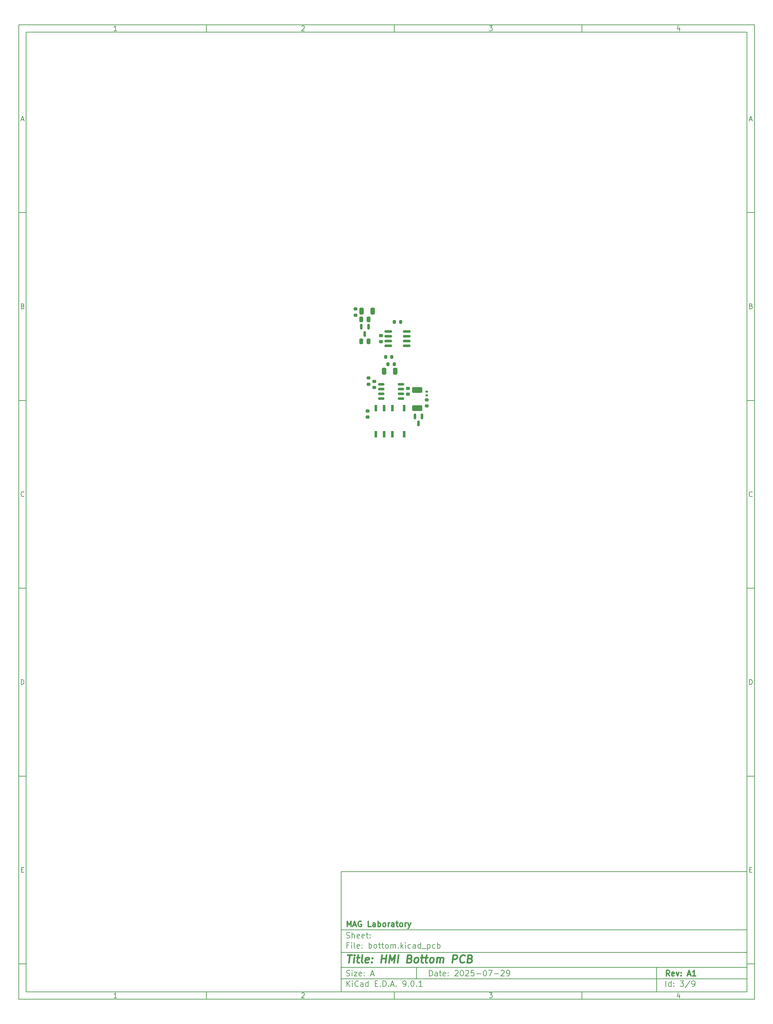
<source format=gbr>
%TF.GenerationSoftware,KiCad,Pcbnew,9.0.1*%
%TF.CreationDate,2025-07-31T02:38:38-07:00*%
%TF.ProjectId,bottom,626f7474-6f6d-42e6-9b69-6361645f7063,A1*%
%TF.SameCoordinates,PX578c1c0PY3d09000*%
%TF.FileFunction,Paste,Top*%
%TF.FilePolarity,Positive*%
%FSLAX46Y46*%
G04 Gerber Fmt 4.6, Leading zero omitted, Abs format (unit mm)*
G04 Created by KiCad (PCBNEW 9.0.1) date 2025-07-31 02:38:38*
%MOMM*%
%LPD*%
G01*
G04 APERTURE LIST*
G04 Aperture macros list*
%AMRoundRect*
0 Rectangle with rounded corners*
0 $1 Rounding radius*
0 $2 $3 $4 $5 $6 $7 $8 $9 X,Y pos of 4 corners*
0 Add a 4 corners polygon primitive as box body*
4,1,4,$2,$3,$4,$5,$6,$7,$8,$9,$2,$3,0*
0 Add four circle primitives for the rounded corners*
1,1,$1+$1,$2,$3*
1,1,$1+$1,$4,$5*
1,1,$1+$1,$6,$7*
1,1,$1+$1,$8,$9*
0 Add four rect primitives between the rounded corners*
20,1,$1+$1,$2,$3,$4,$5,0*
20,1,$1+$1,$4,$5,$6,$7,0*
20,1,$1+$1,$6,$7,$8,$9,0*
20,1,$1+$1,$8,$9,$2,$3,0*%
G04 Aperture macros list end*
%ADD10C,0.100000*%
%ADD11C,0.150000*%
%ADD12C,0.300000*%
%ADD13C,0.400000*%
%ADD14RoundRect,0.250000X-0.250000X-0.475000X0.250000X-0.475000X0.250000X0.475000X-0.250000X0.475000X0*%
%ADD15RoundRect,0.200000X-0.200000X-0.275000X0.200000X-0.275000X0.200000X0.275000X-0.200000X0.275000X0*%
%ADD16RoundRect,0.200000X-0.275000X0.200000X-0.275000X-0.200000X0.275000X-0.200000X0.275000X0.200000X0*%
%ADD17R,0.800000X1.800000*%
%ADD18RoundRect,0.200000X0.200000X0.275000X-0.200000X0.275000X-0.200000X-0.275000X0.200000X-0.275000X0*%
%ADD19RoundRect,0.225000X-0.250000X0.225000X-0.250000X-0.225000X0.250000X-0.225000X0.250000X0.225000X0*%
%ADD20RoundRect,0.150000X0.825000X0.150000X-0.825000X0.150000X-0.825000X-0.150000X0.825000X-0.150000X0*%
%ADD21RoundRect,0.135000X0.185000X-0.135000X0.185000X0.135000X-0.185000X0.135000X-0.185000X-0.135000X0*%
%ADD22RoundRect,0.150000X-0.150000X0.587500X-0.150000X-0.587500X0.150000X-0.587500X0.150000X0.587500X0*%
%ADD23RoundRect,0.150000X0.675000X0.150000X-0.675000X0.150000X-0.675000X-0.150000X0.675000X-0.150000X0*%
%ADD24RoundRect,0.250000X0.325000X0.650000X-0.325000X0.650000X-0.325000X-0.650000X0.325000X-0.650000X0*%
%ADD25RoundRect,0.250000X-0.325000X-0.650000X0.325000X-0.650000X0.325000X0.650000X-0.325000X0.650000X0*%
%ADD26RoundRect,0.225000X0.250000X-0.225000X0.250000X0.225000X-0.250000X0.225000X-0.250000X-0.225000X0*%
%ADD27RoundRect,0.250000X1.100000X-0.500000X1.100000X0.500000X-1.100000X0.500000X-1.100000X-0.500000X0*%
G04 APERTURE END LIST*
D10*
D11*
X4100000Y-171400000D02*
X112100000Y-171400000D01*
X112100000Y-203400000D01*
X4100000Y-203400000D01*
X4100000Y-171400000D01*
D10*
D11*
X-81800000Y54000000D02*
X114100000Y54000000D01*
X114100000Y-205400000D01*
X-81800000Y-205400000D01*
X-81800000Y54000000D01*
D10*
D11*
X-79800000Y52000000D02*
X112100000Y52000000D01*
X112100000Y-203400000D01*
X-79800000Y-203400000D01*
X-79800000Y52000000D01*
D10*
D11*
X-31800000Y52000000D02*
X-31800000Y54000000D01*
D10*
D11*
X18200000Y52000000D02*
X18200000Y54000000D01*
D10*
D11*
X68200000Y52000000D02*
X68200000Y54000000D01*
D10*
D11*
X-55710840Y52406396D02*
X-56453697Y52406396D01*
X-56082269Y52406396D02*
X-56082269Y53706396D01*
X-56082269Y53706396D02*
X-56206078Y53520681D01*
X-56206078Y53520681D02*
X-56329888Y53396872D01*
X-56329888Y53396872D02*
X-56453697Y53334967D01*
D10*
D11*
X-6453697Y53582586D02*
X-6391793Y53644491D01*
X-6391793Y53644491D02*
X-6267983Y53706396D01*
X-6267983Y53706396D02*
X-5958459Y53706396D01*
X-5958459Y53706396D02*
X-5834650Y53644491D01*
X-5834650Y53644491D02*
X-5772745Y53582586D01*
X-5772745Y53582586D02*
X-5710840Y53458777D01*
X-5710840Y53458777D02*
X-5710840Y53334967D01*
X-5710840Y53334967D02*
X-5772745Y53149253D01*
X-5772745Y53149253D02*
X-6515602Y52406396D01*
X-6515602Y52406396D02*
X-5710840Y52406396D01*
D10*
D11*
X43484398Y53706396D02*
X44289160Y53706396D01*
X44289160Y53706396D02*
X43855826Y53211158D01*
X43855826Y53211158D02*
X44041541Y53211158D01*
X44041541Y53211158D02*
X44165350Y53149253D01*
X44165350Y53149253D02*
X44227255Y53087348D01*
X44227255Y53087348D02*
X44289160Y52963539D01*
X44289160Y52963539D02*
X44289160Y52654015D01*
X44289160Y52654015D02*
X44227255Y52530205D01*
X44227255Y52530205D02*
X44165350Y52468300D01*
X44165350Y52468300D02*
X44041541Y52406396D01*
X44041541Y52406396D02*
X43670112Y52406396D01*
X43670112Y52406396D02*
X43546303Y52468300D01*
X43546303Y52468300D02*
X43484398Y52530205D01*
D10*
D11*
X94165350Y53273062D02*
X94165350Y52406396D01*
X93855826Y53768300D02*
X93546303Y52839729D01*
X93546303Y52839729D02*
X94351064Y52839729D01*
D10*
D11*
X-31800000Y-203400000D02*
X-31800000Y-205400000D01*
D10*
D11*
X18200000Y-203400000D02*
X18200000Y-205400000D01*
D10*
D11*
X68200000Y-203400000D02*
X68200000Y-205400000D01*
D10*
D11*
X-55710840Y-204993604D02*
X-56453697Y-204993604D01*
X-56082269Y-204993604D02*
X-56082269Y-203693604D01*
X-56082269Y-203693604D02*
X-56206078Y-203879319D01*
X-56206078Y-203879319D02*
X-56329888Y-204003128D01*
X-56329888Y-204003128D02*
X-56453697Y-204065033D01*
D10*
D11*
X-6453697Y-203817414D02*
X-6391793Y-203755509D01*
X-6391793Y-203755509D02*
X-6267983Y-203693604D01*
X-6267983Y-203693604D02*
X-5958459Y-203693604D01*
X-5958459Y-203693604D02*
X-5834650Y-203755509D01*
X-5834650Y-203755509D02*
X-5772745Y-203817414D01*
X-5772745Y-203817414D02*
X-5710840Y-203941223D01*
X-5710840Y-203941223D02*
X-5710840Y-204065033D01*
X-5710840Y-204065033D02*
X-5772745Y-204250747D01*
X-5772745Y-204250747D02*
X-6515602Y-204993604D01*
X-6515602Y-204993604D02*
X-5710840Y-204993604D01*
D10*
D11*
X43484398Y-203693604D02*
X44289160Y-203693604D01*
X44289160Y-203693604D02*
X43855826Y-204188842D01*
X43855826Y-204188842D02*
X44041541Y-204188842D01*
X44041541Y-204188842D02*
X44165350Y-204250747D01*
X44165350Y-204250747D02*
X44227255Y-204312652D01*
X44227255Y-204312652D02*
X44289160Y-204436461D01*
X44289160Y-204436461D02*
X44289160Y-204745985D01*
X44289160Y-204745985D02*
X44227255Y-204869795D01*
X44227255Y-204869795D02*
X44165350Y-204931700D01*
X44165350Y-204931700D02*
X44041541Y-204993604D01*
X44041541Y-204993604D02*
X43670112Y-204993604D01*
X43670112Y-204993604D02*
X43546303Y-204931700D01*
X43546303Y-204931700D02*
X43484398Y-204869795D01*
D10*
D11*
X94165350Y-204126938D02*
X94165350Y-204993604D01*
X93855826Y-203631700D02*
X93546303Y-204560271D01*
X93546303Y-204560271D02*
X94351064Y-204560271D01*
D10*
D11*
X-81800000Y4000000D02*
X-79800000Y4000000D01*
D10*
D11*
X-81800000Y-46000000D02*
X-79800000Y-46000000D01*
D10*
D11*
X-81800000Y-96000000D02*
X-79800000Y-96000000D01*
D10*
D11*
X-81800000Y-146000000D02*
X-79800000Y-146000000D01*
D10*
D11*
X-81800000Y-196000000D02*
X-79800000Y-196000000D01*
D10*
D11*
X-81109524Y28777824D02*
X-80490477Y28777824D01*
X-81233334Y28406396D02*
X-80800001Y29706396D01*
X-80800001Y29706396D02*
X-80366667Y28406396D01*
D10*
D11*
X-80707143Y-20912652D02*
X-80521429Y-20974557D01*
X-80521429Y-20974557D02*
X-80459524Y-21036461D01*
X-80459524Y-21036461D02*
X-80397620Y-21160271D01*
X-80397620Y-21160271D02*
X-80397620Y-21345985D01*
X-80397620Y-21345985D02*
X-80459524Y-21469795D01*
X-80459524Y-21469795D02*
X-80521429Y-21531700D01*
X-80521429Y-21531700D02*
X-80645239Y-21593604D01*
X-80645239Y-21593604D02*
X-81140477Y-21593604D01*
X-81140477Y-21593604D02*
X-81140477Y-20293604D01*
X-81140477Y-20293604D02*
X-80707143Y-20293604D01*
X-80707143Y-20293604D02*
X-80583334Y-20355509D01*
X-80583334Y-20355509D02*
X-80521429Y-20417414D01*
X-80521429Y-20417414D02*
X-80459524Y-20541223D01*
X-80459524Y-20541223D02*
X-80459524Y-20665033D01*
X-80459524Y-20665033D02*
X-80521429Y-20788842D01*
X-80521429Y-20788842D02*
X-80583334Y-20850747D01*
X-80583334Y-20850747D02*
X-80707143Y-20912652D01*
X-80707143Y-20912652D02*
X-81140477Y-20912652D01*
D10*
D11*
X-80397620Y-71469795D02*
X-80459524Y-71531700D01*
X-80459524Y-71531700D02*
X-80645239Y-71593604D01*
X-80645239Y-71593604D02*
X-80769048Y-71593604D01*
X-80769048Y-71593604D02*
X-80954762Y-71531700D01*
X-80954762Y-71531700D02*
X-81078572Y-71407890D01*
X-81078572Y-71407890D02*
X-81140477Y-71284080D01*
X-81140477Y-71284080D02*
X-81202381Y-71036461D01*
X-81202381Y-71036461D02*
X-81202381Y-70850747D01*
X-81202381Y-70850747D02*
X-81140477Y-70603128D01*
X-81140477Y-70603128D02*
X-81078572Y-70479319D01*
X-81078572Y-70479319D02*
X-80954762Y-70355509D01*
X-80954762Y-70355509D02*
X-80769048Y-70293604D01*
X-80769048Y-70293604D02*
X-80645239Y-70293604D01*
X-80645239Y-70293604D02*
X-80459524Y-70355509D01*
X-80459524Y-70355509D02*
X-80397620Y-70417414D01*
D10*
D11*
X-81140477Y-121593604D02*
X-81140477Y-120293604D01*
X-81140477Y-120293604D02*
X-80830953Y-120293604D01*
X-80830953Y-120293604D02*
X-80645239Y-120355509D01*
X-80645239Y-120355509D02*
X-80521429Y-120479319D01*
X-80521429Y-120479319D02*
X-80459524Y-120603128D01*
X-80459524Y-120603128D02*
X-80397620Y-120850747D01*
X-80397620Y-120850747D02*
X-80397620Y-121036461D01*
X-80397620Y-121036461D02*
X-80459524Y-121284080D01*
X-80459524Y-121284080D02*
X-80521429Y-121407890D01*
X-80521429Y-121407890D02*
X-80645239Y-121531700D01*
X-80645239Y-121531700D02*
X-80830953Y-121593604D01*
X-80830953Y-121593604D02*
X-81140477Y-121593604D01*
D10*
D11*
X-81078572Y-170912652D02*
X-80645238Y-170912652D01*
X-80459524Y-171593604D02*
X-81078572Y-171593604D01*
X-81078572Y-171593604D02*
X-81078572Y-170293604D01*
X-81078572Y-170293604D02*
X-80459524Y-170293604D01*
D10*
D11*
X114100000Y4000000D02*
X112100000Y4000000D01*
D10*
D11*
X114100000Y-46000000D02*
X112100000Y-46000000D01*
D10*
D11*
X114100000Y-96000000D02*
X112100000Y-96000000D01*
D10*
D11*
X114100000Y-146000000D02*
X112100000Y-146000000D01*
D10*
D11*
X114100000Y-196000000D02*
X112100000Y-196000000D01*
D10*
D11*
X112790476Y28777824D02*
X113409523Y28777824D01*
X112666666Y28406396D02*
X113099999Y29706396D01*
X113099999Y29706396D02*
X113533333Y28406396D01*
D10*
D11*
X113192857Y-20912652D02*
X113378571Y-20974557D01*
X113378571Y-20974557D02*
X113440476Y-21036461D01*
X113440476Y-21036461D02*
X113502380Y-21160271D01*
X113502380Y-21160271D02*
X113502380Y-21345985D01*
X113502380Y-21345985D02*
X113440476Y-21469795D01*
X113440476Y-21469795D02*
X113378571Y-21531700D01*
X113378571Y-21531700D02*
X113254761Y-21593604D01*
X113254761Y-21593604D02*
X112759523Y-21593604D01*
X112759523Y-21593604D02*
X112759523Y-20293604D01*
X112759523Y-20293604D02*
X113192857Y-20293604D01*
X113192857Y-20293604D02*
X113316666Y-20355509D01*
X113316666Y-20355509D02*
X113378571Y-20417414D01*
X113378571Y-20417414D02*
X113440476Y-20541223D01*
X113440476Y-20541223D02*
X113440476Y-20665033D01*
X113440476Y-20665033D02*
X113378571Y-20788842D01*
X113378571Y-20788842D02*
X113316666Y-20850747D01*
X113316666Y-20850747D02*
X113192857Y-20912652D01*
X113192857Y-20912652D02*
X112759523Y-20912652D01*
D10*
D11*
X113502380Y-71469795D02*
X113440476Y-71531700D01*
X113440476Y-71531700D02*
X113254761Y-71593604D01*
X113254761Y-71593604D02*
X113130952Y-71593604D01*
X113130952Y-71593604D02*
X112945238Y-71531700D01*
X112945238Y-71531700D02*
X112821428Y-71407890D01*
X112821428Y-71407890D02*
X112759523Y-71284080D01*
X112759523Y-71284080D02*
X112697619Y-71036461D01*
X112697619Y-71036461D02*
X112697619Y-70850747D01*
X112697619Y-70850747D02*
X112759523Y-70603128D01*
X112759523Y-70603128D02*
X112821428Y-70479319D01*
X112821428Y-70479319D02*
X112945238Y-70355509D01*
X112945238Y-70355509D02*
X113130952Y-70293604D01*
X113130952Y-70293604D02*
X113254761Y-70293604D01*
X113254761Y-70293604D02*
X113440476Y-70355509D01*
X113440476Y-70355509D02*
X113502380Y-70417414D01*
D10*
D11*
X112759523Y-121593604D02*
X112759523Y-120293604D01*
X112759523Y-120293604D02*
X113069047Y-120293604D01*
X113069047Y-120293604D02*
X113254761Y-120355509D01*
X113254761Y-120355509D02*
X113378571Y-120479319D01*
X113378571Y-120479319D02*
X113440476Y-120603128D01*
X113440476Y-120603128D02*
X113502380Y-120850747D01*
X113502380Y-120850747D02*
X113502380Y-121036461D01*
X113502380Y-121036461D02*
X113440476Y-121284080D01*
X113440476Y-121284080D02*
X113378571Y-121407890D01*
X113378571Y-121407890D02*
X113254761Y-121531700D01*
X113254761Y-121531700D02*
X113069047Y-121593604D01*
X113069047Y-121593604D02*
X112759523Y-121593604D01*
D10*
D11*
X112821428Y-170912652D02*
X113254762Y-170912652D01*
X113440476Y-171593604D02*
X112821428Y-171593604D01*
X112821428Y-171593604D02*
X112821428Y-170293604D01*
X112821428Y-170293604D02*
X113440476Y-170293604D01*
D10*
D11*
X27555826Y-199186128D02*
X27555826Y-197686128D01*
X27555826Y-197686128D02*
X27912969Y-197686128D01*
X27912969Y-197686128D02*
X28127255Y-197757557D01*
X28127255Y-197757557D02*
X28270112Y-197900414D01*
X28270112Y-197900414D02*
X28341541Y-198043271D01*
X28341541Y-198043271D02*
X28412969Y-198328985D01*
X28412969Y-198328985D02*
X28412969Y-198543271D01*
X28412969Y-198543271D02*
X28341541Y-198828985D01*
X28341541Y-198828985D02*
X28270112Y-198971842D01*
X28270112Y-198971842D02*
X28127255Y-199114700D01*
X28127255Y-199114700D02*
X27912969Y-199186128D01*
X27912969Y-199186128D02*
X27555826Y-199186128D01*
X29698684Y-199186128D02*
X29698684Y-198400414D01*
X29698684Y-198400414D02*
X29627255Y-198257557D01*
X29627255Y-198257557D02*
X29484398Y-198186128D01*
X29484398Y-198186128D02*
X29198684Y-198186128D01*
X29198684Y-198186128D02*
X29055826Y-198257557D01*
X29698684Y-199114700D02*
X29555826Y-199186128D01*
X29555826Y-199186128D02*
X29198684Y-199186128D01*
X29198684Y-199186128D02*
X29055826Y-199114700D01*
X29055826Y-199114700D02*
X28984398Y-198971842D01*
X28984398Y-198971842D02*
X28984398Y-198828985D01*
X28984398Y-198828985D02*
X29055826Y-198686128D01*
X29055826Y-198686128D02*
X29198684Y-198614700D01*
X29198684Y-198614700D02*
X29555826Y-198614700D01*
X29555826Y-198614700D02*
X29698684Y-198543271D01*
X30198684Y-198186128D02*
X30770112Y-198186128D01*
X30412969Y-197686128D02*
X30412969Y-198971842D01*
X30412969Y-198971842D02*
X30484398Y-199114700D01*
X30484398Y-199114700D02*
X30627255Y-199186128D01*
X30627255Y-199186128D02*
X30770112Y-199186128D01*
X31841541Y-199114700D02*
X31698684Y-199186128D01*
X31698684Y-199186128D02*
X31412970Y-199186128D01*
X31412970Y-199186128D02*
X31270112Y-199114700D01*
X31270112Y-199114700D02*
X31198684Y-198971842D01*
X31198684Y-198971842D02*
X31198684Y-198400414D01*
X31198684Y-198400414D02*
X31270112Y-198257557D01*
X31270112Y-198257557D02*
X31412970Y-198186128D01*
X31412970Y-198186128D02*
X31698684Y-198186128D01*
X31698684Y-198186128D02*
X31841541Y-198257557D01*
X31841541Y-198257557D02*
X31912970Y-198400414D01*
X31912970Y-198400414D02*
X31912970Y-198543271D01*
X31912970Y-198543271D02*
X31198684Y-198686128D01*
X32555826Y-199043271D02*
X32627255Y-199114700D01*
X32627255Y-199114700D02*
X32555826Y-199186128D01*
X32555826Y-199186128D02*
X32484398Y-199114700D01*
X32484398Y-199114700D02*
X32555826Y-199043271D01*
X32555826Y-199043271D02*
X32555826Y-199186128D01*
X32555826Y-198257557D02*
X32627255Y-198328985D01*
X32627255Y-198328985D02*
X32555826Y-198400414D01*
X32555826Y-198400414D02*
X32484398Y-198328985D01*
X32484398Y-198328985D02*
X32555826Y-198257557D01*
X32555826Y-198257557D02*
X32555826Y-198400414D01*
X34341541Y-197828985D02*
X34412969Y-197757557D01*
X34412969Y-197757557D02*
X34555827Y-197686128D01*
X34555827Y-197686128D02*
X34912969Y-197686128D01*
X34912969Y-197686128D02*
X35055827Y-197757557D01*
X35055827Y-197757557D02*
X35127255Y-197828985D01*
X35127255Y-197828985D02*
X35198684Y-197971842D01*
X35198684Y-197971842D02*
X35198684Y-198114700D01*
X35198684Y-198114700D02*
X35127255Y-198328985D01*
X35127255Y-198328985D02*
X34270112Y-199186128D01*
X34270112Y-199186128D02*
X35198684Y-199186128D01*
X36127255Y-197686128D02*
X36270112Y-197686128D01*
X36270112Y-197686128D02*
X36412969Y-197757557D01*
X36412969Y-197757557D02*
X36484398Y-197828985D01*
X36484398Y-197828985D02*
X36555826Y-197971842D01*
X36555826Y-197971842D02*
X36627255Y-198257557D01*
X36627255Y-198257557D02*
X36627255Y-198614700D01*
X36627255Y-198614700D02*
X36555826Y-198900414D01*
X36555826Y-198900414D02*
X36484398Y-199043271D01*
X36484398Y-199043271D02*
X36412969Y-199114700D01*
X36412969Y-199114700D02*
X36270112Y-199186128D01*
X36270112Y-199186128D02*
X36127255Y-199186128D01*
X36127255Y-199186128D02*
X35984398Y-199114700D01*
X35984398Y-199114700D02*
X35912969Y-199043271D01*
X35912969Y-199043271D02*
X35841540Y-198900414D01*
X35841540Y-198900414D02*
X35770112Y-198614700D01*
X35770112Y-198614700D02*
X35770112Y-198257557D01*
X35770112Y-198257557D02*
X35841540Y-197971842D01*
X35841540Y-197971842D02*
X35912969Y-197828985D01*
X35912969Y-197828985D02*
X35984398Y-197757557D01*
X35984398Y-197757557D02*
X36127255Y-197686128D01*
X37198683Y-197828985D02*
X37270111Y-197757557D01*
X37270111Y-197757557D02*
X37412969Y-197686128D01*
X37412969Y-197686128D02*
X37770111Y-197686128D01*
X37770111Y-197686128D02*
X37912969Y-197757557D01*
X37912969Y-197757557D02*
X37984397Y-197828985D01*
X37984397Y-197828985D02*
X38055826Y-197971842D01*
X38055826Y-197971842D02*
X38055826Y-198114700D01*
X38055826Y-198114700D02*
X37984397Y-198328985D01*
X37984397Y-198328985D02*
X37127254Y-199186128D01*
X37127254Y-199186128D02*
X38055826Y-199186128D01*
X39412968Y-197686128D02*
X38698682Y-197686128D01*
X38698682Y-197686128D02*
X38627254Y-198400414D01*
X38627254Y-198400414D02*
X38698682Y-198328985D01*
X38698682Y-198328985D02*
X38841540Y-198257557D01*
X38841540Y-198257557D02*
X39198682Y-198257557D01*
X39198682Y-198257557D02*
X39341540Y-198328985D01*
X39341540Y-198328985D02*
X39412968Y-198400414D01*
X39412968Y-198400414D02*
X39484397Y-198543271D01*
X39484397Y-198543271D02*
X39484397Y-198900414D01*
X39484397Y-198900414D02*
X39412968Y-199043271D01*
X39412968Y-199043271D02*
X39341540Y-199114700D01*
X39341540Y-199114700D02*
X39198682Y-199186128D01*
X39198682Y-199186128D02*
X38841540Y-199186128D01*
X38841540Y-199186128D02*
X38698682Y-199114700D01*
X38698682Y-199114700D02*
X38627254Y-199043271D01*
X40127253Y-198614700D02*
X41270111Y-198614700D01*
X42270111Y-197686128D02*
X42412968Y-197686128D01*
X42412968Y-197686128D02*
X42555825Y-197757557D01*
X42555825Y-197757557D02*
X42627254Y-197828985D01*
X42627254Y-197828985D02*
X42698682Y-197971842D01*
X42698682Y-197971842D02*
X42770111Y-198257557D01*
X42770111Y-198257557D02*
X42770111Y-198614700D01*
X42770111Y-198614700D02*
X42698682Y-198900414D01*
X42698682Y-198900414D02*
X42627254Y-199043271D01*
X42627254Y-199043271D02*
X42555825Y-199114700D01*
X42555825Y-199114700D02*
X42412968Y-199186128D01*
X42412968Y-199186128D02*
X42270111Y-199186128D01*
X42270111Y-199186128D02*
X42127254Y-199114700D01*
X42127254Y-199114700D02*
X42055825Y-199043271D01*
X42055825Y-199043271D02*
X41984396Y-198900414D01*
X41984396Y-198900414D02*
X41912968Y-198614700D01*
X41912968Y-198614700D02*
X41912968Y-198257557D01*
X41912968Y-198257557D02*
X41984396Y-197971842D01*
X41984396Y-197971842D02*
X42055825Y-197828985D01*
X42055825Y-197828985D02*
X42127254Y-197757557D01*
X42127254Y-197757557D02*
X42270111Y-197686128D01*
X43270110Y-197686128D02*
X44270110Y-197686128D01*
X44270110Y-197686128D02*
X43627253Y-199186128D01*
X44841538Y-198614700D02*
X45984396Y-198614700D01*
X46627253Y-197828985D02*
X46698681Y-197757557D01*
X46698681Y-197757557D02*
X46841539Y-197686128D01*
X46841539Y-197686128D02*
X47198681Y-197686128D01*
X47198681Y-197686128D02*
X47341539Y-197757557D01*
X47341539Y-197757557D02*
X47412967Y-197828985D01*
X47412967Y-197828985D02*
X47484396Y-197971842D01*
X47484396Y-197971842D02*
X47484396Y-198114700D01*
X47484396Y-198114700D02*
X47412967Y-198328985D01*
X47412967Y-198328985D02*
X46555824Y-199186128D01*
X46555824Y-199186128D02*
X47484396Y-199186128D01*
X48198681Y-199186128D02*
X48484395Y-199186128D01*
X48484395Y-199186128D02*
X48627252Y-199114700D01*
X48627252Y-199114700D02*
X48698681Y-199043271D01*
X48698681Y-199043271D02*
X48841538Y-198828985D01*
X48841538Y-198828985D02*
X48912967Y-198543271D01*
X48912967Y-198543271D02*
X48912967Y-197971842D01*
X48912967Y-197971842D02*
X48841538Y-197828985D01*
X48841538Y-197828985D02*
X48770110Y-197757557D01*
X48770110Y-197757557D02*
X48627252Y-197686128D01*
X48627252Y-197686128D02*
X48341538Y-197686128D01*
X48341538Y-197686128D02*
X48198681Y-197757557D01*
X48198681Y-197757557D02*
X48127252Y-197828985D01*
X48127252Y-197828985D02*
X48055824Y-197971842D01*
X48055824Y-197971842D02*
X48055824Y-198328985D01*
X48055824Y-198328985D02*
X48127252Y-198471842D01*
X48127252Y-198471842D02*
X48198681Y-198543271D01*
X48198681Y-198543271D02*
X48341538Y-198614700D01*
X48341538Y-198614700D02*
X48627252Y-198614700D01*
X48627252Y-198614700D02*
X48770110Y-198543271D01*
X48770110Y-198543271D02*
X48841538Y-198471842D01*
X48841538Y-198471842D02*
X48912967Y-198328985D01*
D10*
D11*
X4100000Y-199900000D02*
X112100000Y-199900000D01*
D10*
D11*
X5555826Y-201986128D02*
X5555826Y-200486128D01*
X6412969Y-201986128D02*
X5770112Y-201128985D01*
X6412969Y-200486128D02*
X5555826Y-201343271D01*
X7055826Y-201986128D02*
X7055826Y-200986128D01*
X7055826Y-200486128D02*
X6984398Y-200557557D01*
X6984398Y-200557557D02*
X7055826Y-200628985D01*
X7055826Y-200628985D02*
X7127255Y-200557557D01*
X7127255Y-200557557D02*
X7055826Y-200486128D01*
X7055826Y-200486128D02*
X7055826Y-200628985D01*
X8627255Y-201843271D02*
X8555827Y-201914700D01*
X8555827Y-201914700D02*
X8341541Y-201986128D01*
X8341541Y-201986128D02*
X8198684Y-201986128D01*
X8198684Y-201986128D02*
X7984398Y-201914700D01*
X7984398Y-201914700D02*
X7841541Y-201771842D01*
X7841541Y-201771842D02*
X7770112Y-201628985D01*
X7770112Y-201628985D02*
X7698684Y-201343271D01*
X7698684Y-201343271D02*
X7698684Y-201128985D01*
X7698684Y-201128985D02*
X7770112Y-200843271D01*
X7770112Y-200843271D02*
X7841541Y-200700414D01*
X7841541Y-200700414D02*
X7984398Y-200557557D01*
X7984398Y-200557557D02*
X8198684Y-200486128D01*
X8198684Y-200486128D02*
X8341541Y-200486128D01*
X8341541Y-200486128D02*
X8555827Y-200557557D01*
X8555827Y-200557557D02*
X8627255Y-200628985D01*
X9912970Y-201986128D02*
X9912970Y-201200414D01*
X9912970Y-201200414D02*
X9841541Y-201057557D01*
X9841541Y-201057557D02*
X9698684Y-200986128D01*
X9698684Y-200986128D02*
X9412970Y-200986128D01*
X9412970Y-200986128D02*
X9270112Y-201057557D01*
X9912970Y-201914700D02*
X9770112Y-201986128D01*
X9770112Y-201986128D02*
X9412970Y-201986128D01*
X9412970Y-201986128D02*
X9270112Y-201914700D01*
X9270112Y-201914700D02*
X9198684Y-201771842D01*
X9198684Y-201771842D02*
X9198684Y-201628985D01*
X9198684Y-201628985D02*
X9270112Y-201486128D01*
X9270112Y-201486128D02*
X9412970Y-201414700D01*
X9412970Y-201414700D02*
X9770112Y-201414700D01*
X9770112Y-201414700D02*
X9912970Y-201343271D01*
X11270113Y-201986128D02*
X11270113Y-200486128D01*
X11270113Y-201914700D02*
X11127255Y-201986128D01*
X11127255Y-201986128D02*
X10841541Y-201986128D01*
X10841541Y-201986128D02*
X10698684Y-201914700D01*
X10698684Y-201914700D02*
X10627255Y-201843271D01*
X10627255Y-201843271D02*
X10555827Y-201700414D01*
X10555827Y-201700414D02*
X10555827Y-201271842D01*
X10555827Y-201271842D02*
X10627255Y-201128985D01*
X10627255Y-201128985D02*
X10698684Y-201057557D01*
X10698684Y-201057557D02*
X10841541Y-200986128D01*
X10841541Y-200986128D02*
X11127255Y-200986128D01*
X11127255Y-200986128D02*
X11270113Y-201057557D01*
X13127255Y-201200414D02*
X13627255Y-201200414D01*
X13841541Y-201986128D02*
X13127255Y-201986128D01*
X13127255Y-201986128D02*
X13127255Y-200486128D01*
X13127255Y-200486128D02*
X13841541Y-200486128D01*
X14484398Y-201843271D02*
X14555827Y-201914700D01*
X14555827Y-201914700D02*
X14484398Y-201986128D01*
X14484398Y-201986128D02*
X14412970Y-201914700D01*
X14412970Y-201914700D02*
X14484398Y-201843271D01*
X14484398Y-201843271D02*
X14484398Y-201986128D01*
X15198684Y-201986128D02*
X15198684Y-200486128D01*
X15198684Y-200486128D02*
X15555827Y-200486128D01*
X15555827Y-200486128D02*
X15770113Y-200557557D01*
X15770113Y-200557557D02*
X15912970Y-200700414D01*
X15912970Y-200700414D02*
X15984399Y-200843271D01*
X15984399Y-200843271D02*
X16055827Y-201128985D01*
X16055827Y-201128985D02*
X16055827Y-201343271D01*
X16055827Y-201343271D02*
X15984399Y-201628985D01*
X15984399Y-201628985D02*
X15912970Y-201771842D01*
X15912970Y-201771842D02*
X15770113Y-201914700D01*
X15770113Y-201914700D02*
X15555827Y-201986128D01*
X15555827Y-201986128D02*
X15198684Y-201986128D01*
X16698684Y-201843271D02*
X16770113Y-201914700D01*
X16770113Y-201914700D02*
X16698684Y-201986128D01*
X16698684Y-201986128D02*
X16627256Y-201914700D01*
X16627256Y-201914700D02*
X16698684Y-201843271D01*
X16698684Y-201843271D02*
X16698684Y-201986128D01*
X17341542Y-201557557D02*
X18055828Y-201557557D01*
X17198685Y-201986128D02*
X17698685Y-200486128D01*
X17698685Y-200486128D02*
X18198685Y-201986128D01*
X18698684Y-201843271D02*
X18770113Y-201914700D01*
X18770113Y-201914700D02*
X18698684Y-201986128D01*
X18698684Y-201986128D02*
X18627256Y-201914700D01*
X18627256Y-201914700D02*
X18698684Y-201843271D01*
X18698684Y-201843271D02*
X18698684Y-201986128D01*
X20627256Y-201986128D02*
X20912970Y-201986128D01*
X20912970Y-201986128D02*
X21055827Y-201914700D01*
X21055827Y-201914700D02*
X21127256Y-201843271D01*
X21127256Y-201843271D02*
X21270113Y-201628985D01*
X21270113Y-201628985D02*
X21341542Y-201343271D01*
X21341542Y-201343271D02*
X21341542Y-200771842D01*
X21341542Y-200771842D02*
X21270113Y-200628985D01*
X21270113Y-200628985D02*
X21198685Y-200557557D01*
X21198685Y-200557557D02*
X21055827Y-200486128D01*
X21055827Y-200486128D02*
X20770113Y-200486128D01*
X20770113Y-200486128D02*
X20627256Y-200557557D01*
X20627256Y-200557557D02*
X20555827Y-200628985D01*
X20555827Y-200628985D02*
X20484399Y-200771842D01*
X20484399Y-200771842D02*
X20484399Y-201128985D01*
X20484399Y-201128985D02*
X20555827Y-201271842D01*
X20555827Y-201271842D02*
X20627256Y-201343271D01*
X20627256Y-201343271D02*
X20770113Y-201414700D01*
X20770113Y-201414700D02*
X21055827Y-201414700D01*
X21055827Y-201414700D02*
X21198685Y-201343271D01*
X21198685Y-201343271D02*
X21270113Y-201271842D01*
X21270113Y-201271842D02*
X21341542Y-201128985D01*
X21984398Y-201843271D02*
X22055827Y-201914700D01*
X22055827Y-201914700D02*
X21984398Y-201986128D01*
X21984398Y-201986128D02*
X21912970Y-201914700D01*
X21912970Y-201914700D02*
X21984398Y-201843271D01*
X21984398Y-201843271D02*
X21984398Y-201986128D01*
X22984399Y-200486128D02*
X23127256Y-200486128D01*
X23127256Y-200486128D02*
X23270113Y-200557557D01*
X23270113Y-200557557D02*
X23341542Y-200628985D01*
X23341542Y-200628985D02*
X23412970Y-200771842D01*
X23412970Y-200771842D02*
X23484399Y-201057557D01*
X23484399Y-201057557D02*
X23484399Y-201414700D01*
X23484399Y-201414700D02*
X23412970Y-201700414D01*
X23412970Y-201700414D02*
X23341542Y-201843271D01*
X23341542Y-201843271D02*
X23270113Y-201914700D01*
X23270113Y-201914700D02*
X23127256Y-201986128D01*
X23127256Y-201986128D02*
X22984399Y-201986128D01*
X22984399Y-201986128D02*
X22841542Y-201914700D01*
X22841542Y-201914700D02*
X22770113Y-201843271D01*
X22770113Y-201843271D02*
X22698684Y-201700414D01*
X22698684Y-201700414D02*
X22627256Y-201414700D01*
X22627256Y-201414700D02*
X22627256Y-201057557D01*
X22627256Y-201057557D02*
X22698684Y-200771842D01*
X22698684Y-200771842D02*
X22770113Y-200628985D01*
X22770113Y-200628985D02*
X22841542Y-200557557D01*
X22841542Y-200557557D02*
X22984399Y-200486128D01*
X24127255Y-201843271D02*
X24198684Y-201914700D01*
X24198684Y-201914700D02*
X24127255Y-201986128D01*
X24127255Y-201986128D02*
X24055827Y-201914700D01*
X24055827Y-201914700D02*
X24127255Y-201843271D01*
X24127255Y-201843271D02*
X24127255Y-201986128D01*
X25627256Y-201986128D02*
X24770113Y-201986128D01*
X25198684Y-201986128D02*
X25198684Y-200486128D01*
X25198684Y-200486128D02*
X25055827Y-200700414D01*
X25055827Y-200700414D02*
X24912970Y-200843271D01*
X24912970Y-200843271D02*
X24770113Y-200914700D01*
D10*
D11*
X4100000Y-196900000D02*
X112100000Y-196900000D01*
D10*
D12*
X91511653Y-199178328D02*
X91011653Y-198464042D01*
X90654510Y-199178328D02*
X90654510Y-197678328D01*
X90654510Y-197678328D02*
X91225939Y-197678328D01*
X91225939Y-197678328D02*
X91368796Y-197749757D01*
X91368796Y-197749757D02*
X91440225Y-197821185D01*
X91440225Y-197821185D02*
X91511653Y-197964042D01*
X91511653Y-197964042D02*
X91511653Y-198178328D01*
X91511653Y-198178328D02*
X91440225Y-198321185D01*
X91440225Y-198321185D02*
X91368796Y-198392614D01*
X91368796Y-198392614D02*
X91225939Y-198464042D01*
X91225939Y-198464042D02*
X90654510Y-198464042D01*
X92725939Y-199106900D02*
X92583082Y-199178328D01*
X92583082Y-199178328D02*
X92297368Y-199178328D01*
X92297368Y-199178328D02*
X92154510Y-199106900D01*
X92154510Y-199106900D02*
X92083082Y-198964042D01*
X92083082Y-198964042D02*
X92083082Y-198392614D01*
X92083082Y-198392614D02*
X92154510Y-198249757D01*
X92154510Y-198249757D02*
X92297368Y-198178328D01*
X92297368Y-198178328D02*
X92583082Y-198178328D01*
X92583082Y-198178328D02*
X92725939Y-198249757D01*
X92725939Y-198249757D02*
X92797368Y-198392614D01*
X92797368Y-198392614D02*
X92797368Y-198535471D01*
X92797368Y-198535471D02*
X92083082Y-198678328D01*
X93297367Y-198178328D02*
X93654510Y-199178328D01*
X93654510Y-199178328D02*
X94011653Y-198178328D01*
X94583081Y-199035471D02*
X94654510Y-199106900D01*
X94654510Y-199106900D02*
X94583081Y-199178328D01*
X94583081Y-199178328D02*
X94511653Y-199106900D01*
X94511653Y-199106900D02*
X94583081Y-199035471D01*
X94583081Y-199035471D02*
X94583081Y-199178328D01*
X94583081Y-198249757D02*
X94654510Y-198321185D01*
X94654510Y-198321185D02*
X94583081Y-198392614D01*
X94583081Y-198392614D02*
X94511653Y-198321185D01*
X94511653Y-198321185D02*
X94583081Y-198249757D01*
X94583081Y-198249757D02*
X94583081Y-198392614D01*
X96368796Y-198749757D02*
X97083082Y-198749757D01*
X96225939Y-199178328D02*
X96725939Y-197678328D01*
X96725939Y-197678328D02*
X97225939Y-199178328D01*
X98511653Y-199178328D02*
X97654510Y-199178328D01*
X98083081Y-199178328D02*
X98083081Y-197678328D01*
X98083081Y-197678328D02*
X97940224Y-197892614D01*
X97940224Y-197892614D02*
X97797367Y-198035471D01*
X97797367Y-198035471D02*
X97654510Y-198106900D01*
D10*
D11*
X5484398Y-199114700D02*
X5698684Y-199186128D01*
X5698684Y-199186128D02*
X6055826Y-199186128D01*
X6055826Y-199186128D02*
X6198684Y-199114700D01*
X6198684Y-199114700D02*
X6270112Y-199043271D01*
X6270112Y-199043271D02*
X6341541Y-198900414D01*
X6341541Y-198900414D02*
X6341541Y-198757557D01*
X6341541Y-198757557D02*
X6270112Y-198614700D01*
X6270112Y-198614700D02*
X6198684Y-198543271D01*
X6198684Y-198543271D02*
X6055826Y-198471842D01*
X6055826Y-198471842D02*
X5770112Y-198400414D01*
X5770112Y-198400414D02*
X5627255Y-198328985D01*
X5627255Y-198328985D02*
X5555826Y-198257557D01*
X5555826Y-198257557D02*
X5484398Y-198114700D01*
X5484398Y-198114700D02*
X5484398Y-197971842D01*
X5484398Y-197971842D02*
X5555826Y-197828985D01*
X5555826Y-197828985D02*
X5627255Y-197757557D01*
X5627255Y-197757557D02*
X5770112Y-197686128D01*
X5770112Y-197686128D02*
X6127255Y-197686128D01*
X6127255Y-197686128D02*
X6341541Y-197757557D01*
X6984397Y-199186128D02*
X6984397Y-198186128D01*
X6984397Y-197686128D02*
X6912969Y-197757557D01*
X6912969Y-197757557D02*
X6984397Y-197828985D01*
X6984397Y-197828985D02*
X7055826Y-197757557D01*
X7055826Y-197757557D02*
X6984397Y-197686128D01*
X6984397Y-197686128D02*
X6984397Y-197828985D01*
X7555826Y-198186128D02*
X8341541Y-198186128D01*
X8341541Y-198186128D02*
X7555826Y-199186128D01*
X7555826Y-199186128D02*
X8341541Y-199186128D01*
X9484398Y-199114700D02*
X9341541Y-199186128D01*
X9341541Y-199186128D02*
X9055827Y-199186128D01*
X9055827Y-199186128D02*
X8912969Y-199114700D01*
X8912969Y-199114700D02*
X8841541Y-198971842D01*
X8841541Y-198971842D02*
X8841541Y-198400414D01*
X8841541Y-198400414D02*
X8912969Y-198257557D01*
X8912969Y-198257557D02*
X9055827Y-198186128D01*
X9055827Y-198186128D02*
X9341541Y-198186128D01*
X9341541Y-198186128D02*
X9484398Y-198257557D01*
X9484398Y-198257557D02*
X9555827Y-198400414D01*
X9555827Y-198400414D02*
X9555827Y-198543271D01*
X9555827Y-198543271D02*
X8841541Y-198686128D01*
X10198683Y-199043271D02*
X10270112Y-199114700D01*
X10270112Y-199114700D02*
X10198683Y-199186128D01*
X10198683Y-199186128D02*
X10127255Y-199114700D01*
X10127255Y-199114700D02*
X10198683Y-199043271D01*
X10198683Y-199043271D02*
X10198683Y-199186128D01*
X10198683Y-198257557D02*
X10270112Y-198328985D01*
X10270112Y-198328985D02*
X10198683Y-198400414D01*
X10198683Y-198400414D02*
X10127255Y-198328985D01*
X10127255Y-198328985D02*
X10198683Y-198257557D01*
X10198683Y-198257557D02*
X10198683Y-198400414D01*
X11984398Y-198757557D02*
X12698684Y-198757557D01*
X11841541Y-199186128D02*
X12341541Y-197686128D01*
X12341541Y-197686128D02*
X12841541Y-199186128D01*
D10*
D11*
X90555826Y-201986128D02*
X90555826Y-200486128D01*
X91912970Y-201986128D02*
X91912970Y-200486128D01*
X91912970Y-201914700D02*
X91770112Y-201986128D01*
X91770112Y-201986128D02*
X91484398Y-201986128D01*
X91484398Y-201986128D02*
X91341541Y-201914700D01*
X91341541Y-201914700D02*
X91270112Y-201843271D01*
X91270112Y-201843271D02*
X91198684Y-201700414D01*
X91198684Y-201700414D02*
X91198684Y-201271842D01*
X91198684Y-201271842D02*
X91270112Y-201128985D01*
X91270112Y-201128985D02*
X91341541Y-201057557D01*
X91341541Y-201057557D02*
X91484398Y-200986128D01*
X91484398Y-200986128D02*
X91770112Y-200986128D01*
X91770112Y-200986128D02*
X91912970Y-201057557D01*
X92627255Y-201843271D02*
X92698684Y-201914700D01*
X92698684Y-201914700D02*
X92627255Y-201986128D01*
X92627255Y-201986128D02*
X92555827Y-201914700D01*
X92555827Y-201914700D02*
X92627255Y-201843271D01*
X92627255Y-201843271D02*
X92627255Y-201986128D01*
X92627255Y-201057557D02*
X92698684Y-201128985D01*
X92698684Y-201128985D02*
X92627255Y-201200414D01*
X92627255Y-201200414D02*
X92555827Y-201128985D01*
X92555827Y-201128985D02*
X92627255Y-201057557D01*
X92627255Y-201057557D02*
X92627255Y-201200414D01*
X94341541Y-200486128D02*
X95270113Y-200486128D01*
X95270113Y-200486128D02*
X94770113Y-201057557D01*
X94770113Y-201057557D02*
X94984398Y-201057557D01*
X94984398Y-201057557D02*
X95127256Y-201128985D01*
X95127256Y-201128985D02*
X95198684Y-201200414D01*
X95198684Y-201200414D02*
X95270113Y-201343271D01*
X95270113Y-201343271D02*
X95270113Y-201700414D01*
X95270113Y-201700414D02*
X95198684Y-201843271D01*
X95198684Y-201843271D02*
X95127256Y-201914700D01*
X95127256Y-201914700D02*
X94984398Y-201986128D01*
X94984398Y-201986128D02*
X94555827Y-201986128D01*
X94555827Y-201986128D02*
X94412970Y-201914700D01*
X94412970Y-201914700D02*
X94341541Y-201843271D01*
X96984398Y-200414700D02*
X95698684Y-202343271D01*
X97555827Y-201986128D02*
X97841541Y-201986128D01*
X97841541Y-201986128D02*
X97984398Y-201914700D01*
X97984398Y-201914700D02*
X98055827Y-201843271D01*
X98055827Y-201843271D02*
X98198684Y-201628985D01*
X98198684Y-201628985D02*
X98270113Y-201343271D01*
X98270113Y-201343271D02*
X98270113Y-200771842D01*
X98270113Y-200771842D02*
X98198684Y-200628985D01*
X98198684Y-200628985D02*
X98127256Y-200557557D01*
X98127256Y-200557557D02*
X97984398Y-200486128D01*
X97984398Y-200486128D02*
X97698684Y-200486128D01*
X97698684Y-200486128D02*
X97555827Y-200557557D01*
X97555827Y-200557557D02*
X97484398Y-200628985D01*
X97484398Y-200628985D02*
X97412970Y-200771842D01*
X97412970Y-200771842D02*
X97412970Y-201128985D01*
X97412970Y-201128985D02*
X97484398Y-201271842D01*
X97484398Y-201271842D02*
X97555827Y-201343271D01*
X97555827Y-201343271D02*
X97698684Y-201414700D01*
X97698684Y-201414700D02*
X97984398Y-201414700D01*
X97984398Y-201414700D02*
X98127256Y-201343271D01*
X98127256Y-201343271D02*
X98198684Y-201271842D01*
X98198684Y-201271842D02*
X98270113Y-201128985D01*
D10*
D11*
X4100000Y-192900000D02*
X112100000Y-192900000D01*
D10*
D13*
X5791728Y-193604438D02*
X6934585Y-193604438D01*
X6113157Y-195604438D02*
X6363157Y-193604438D01*
X7351252Y-195604438D02*
X7517919Y-194271104D01*
X7601252Y-193604438D02*
X7494109Y-193699676D01*
X7494109Y-193699676D02*
X7577443Y-193794914D01*
X7577443Y-193794914D02*
X7684586Y-193699676D01*
X7684586Y-193699676D02*
X7601252Y-193604438D01*
X7601252Y-193604438D02*
X7577443Y-193794914D01*
X8184586Y-194271104D02*
X8946490Y-194271104D01*
X8553633Y-193604438D02*
X8339348Y-195318723D01*
X8339348Y-195318723D02*
X8410776Y-195509200D01*
X8410776Y-195509200D02*
X8589348Y-195604438D01*
X8589348Y-195604438D02*
X8779824Y-195604438D01*
X9732205Y-195604438D02*
X9553633Y-195509200D01*
X9553633Y-195509200D02*
X9482205Y-195318723D01*
X9482205Y-195318723D02*
X9696490Y-193604438D01*
X11267919Y-195509200D02*
X11065538Y-195604438D01*
X11065538Y-195604438D02*
X10684585Y-195604438D01*
X10684585Y-195604438D02*
X10506014Y-195509200D01*
X10506014Y-195509200D02*
X10434585Y-195318723D01*
X10434585Y-195318723D02*
X10529824Y-194556819D01*
X10529824Y-194556819D02*
X10648871Y-194366342D01*
X10648871Y-194366342D02*
X10851252Y-194271104D01*
X10851252Y-194271104D02*
X11232204Y-194271104D01*
X11232204Y-194271104D02*
X11410776Y-194366342D01*
X11410776Y-194366342D02*
X11482204Y-194556819D01*
X11482204Y-194556819D02*
X11458395Y-194747295D01*
X11458395Y-194747295D02*
X10482204Y-194937771D01*
X12232205Y-195413961D02*
X12315538Y-195509200D01*
X12315538Y-195509200D02*
X12208395Y-195604438D01*
X12208395Y-195604438D02*
X12125062Y-195509200D01*
X12125062Y-195509200D02*
X12232205Y-195413961D01*
X12232205Y-195413961D02*
X12208395Y-195604438D01*
X12363157Y-194366342D02*
X12446490Y-194461580D01*
X12446490Y-194461580D02*
X12339348Y-194556819D01*
X12339348Y-194556819D02*
X12256014Y-194461580D01*
X12256014Y-194461580D02*
X12363157Y-194366342D01*
X12363157Y-194366342D02*
X12339348Y-194556819D01*
X14684586Y-195604438D02*
X14934586Y-193604438D01*
X14815539Y-194556819D02*
X15958396Y-194556819D01*
X15827443Y-195604438D02*
X16077443Y-193604438D01*
X16779824Y-195604438D02*
X17029824Y-193604438D01*
X17029824Y-193604438D02*
X17517919Y-195033009D01*
X17517919Y-195033009D02*
X18363158Y-193604438D01*
X18363158Y-193604438D02*
X18113158Y-195604438D01*
X19065538Y-195604438D02*
X19315538Y-193604438D01*
X22339348Y-194556819D02*
X22613158Y-194652057D01*
X22613158Y-194652057D02*
X22696491Y-194747295D01*
X22696491Y-194747295D02*
X22767920Y-194937771D01*
X22767920Y-194937771D02*
X22732205Y-195223485D01*
X22732205Y-195223485D02*
X22613158Y-195413961D01*
X22613158Y-195413961D02*
X22506015Y-195509200D01*
X22506015Y-195509200D02*
X22303634Y-195604438D01*
X22303634Y-195604438D02*
X21541729Y-195604438D01*
X21541729Y-195604438D02*
X21791729Y-193604438D01*
X21791729Y-193604438D02*
X22458396Y-193604438D01*
X22458396Y-193604438D02*
X22636967Y-193699676D01*
X22636967Y-193699676D02*
X22720301Y-193794914D01*
X22720301Y-193794914D02*
X22791729Y-193985390D01*
X22791729Y-193985390D02*
X22767920Y-194175866D01*
X22767920Y-194175866D02*
X22648872Y-194366342D01*
X22648872Y-194366342D02*
X22541729Y-194461580D01*
X22541729Y-194461580D02*
X22339348Y-194556819D01*
X22339348Y-194556819D02*
X21672682Y-194556819D01*
X23827444Y-195604438D02*
X23648872Y-195509200D01*
X23648872Y-195509200D02*
X23565539Y-195413961D01*
X23565539Y-195413961D02*
X23494110Y-195223485D01*
X23494110Y-195223485D02*
X23565539Y-194652057D01*
X23565539Y-194652057D02*
X23684586Y-194461580D01*
X23684586Y-194461580D02*
X23791729Y-194366342D01*
X23791729Y-194366342D02*
X23994110Y-194271104D01*
X23994110Y-194271104D02*
X24279824Y-194271104D01*
X24279824Y-194271104D02*
X24458396Y-194366342D01*
X24458396Y-194366342D02*
X24541729Y-194461580D01*
X24541729Y-194461580D02*
X24613158Y-194652057D01*
X24613158Y-194652057D02*
X24541729Y-195223485D01*
X24541729Y-195223485D02*
X24422682Y-195413961D01*
X24422682Y-195413961D02*
X24315539Y-195509200D01*
X24315539Y-195509200D02*
X24113158Y-195604438D01*
X24113158Y-195604438D02*
X23827444Y-195604438D01*
X25232206Y-194271104D02*
X25994110Y-194271104D01*
X25601253Y-193604438D02*
X25386968Y-195318723D01*
X25386968Y-195318723D02*
X25458396Y-195509200D01*
X25458396Y-195509200D02*
X25636968Y-195604438D01*
X25636968Y-195604438D02*
X25827444Y-195604438D01*
X26375063Y-194271104D02*
X27136967Y-194271104D01*
X26744110Y-193604438D02*
X26529825Y-195318723D01*
X26529825Y-195318723D02*
X26601253Y-195509200D01*
X26601253Y-195509200D02*
X26779825Y-195604438D01*
X26779825Y-195604438D02*
X26970301Y-195604438D01*
X27922682Y-195604438D02*
X27744110Y-195509200D01*
X27744110Y-195509200D02*
X27660777Y-195413961D01*
X27660777Y-195413961D02*
X27589348Y-195223485D01*
X27589348Y-195223485D02*
X27660777Y-194652057D01*
X27660777Y-194652057D02*
X27779824Y-194461580D01*
X27779824Y-194461580D02*
X27886967Y-194366342D01*
X27886967Y-194366342D02*
X28089348Y-194271104D01*
X28089348Y-194271104D02*
X28375062Y-194271104D01*
X28375062Y-194271104D02*
X28553634Y-194366342D01*
X28553634Y-194366342D02*
X28636967Y-194461580D01*
X28636967Y-194461580D02*
X28708396Y-194652057D01*
X28708396Y-194652057D02*
X28636967Y-195223485D01*
X28636967Y-195223485D02*
X28517920Y-195413961D01*
X28517920Y-195413961D02*
X28410777Y-195509200D01*
X28410777Y-195509200D02*
X28208396Y-195604438D01*
X28208396Y-195604438D02*
X27922682Y-195604438D01*
X29446491Y-195604438D02*
X29613158Y-194271104D01*
X29589348Y-194461580D02*
X29696491Y-194366342D01*
X29696491Y-194366342D02*
X29898872Y-194271104D01*
X29898872Y-194271104D02*
X30184586Y-194271104D01*
X30184586Y-194271104D02*
X30363158Y-194366342D01*
X30363158Y-194366342D02*
X30434586Y-194556819D01*
X30434586Y-194556819D02*
X30303634Y-195604438D01*
X30434586Y-194556819D02*
X30553634Y-194366342D01*
X30553634Y-194366342D02*
X30756015Y-194271104D01*
X30756015Y-194271104D02*
X31041729Y-194271104D01*
X31041729Y-194271104D02*
X31220301Y-194366342D01*
X31220301Y-194366342D02*
X31291729Y-194556819D01*
X31291729Y-194556819D02*
X31160777Y-195604438D01*
X33636968Y-195604438D02*
X33886968Y-193604438D01*
X33886968Y-193604438D02*
X34648873Y-193604438D01*
X34648873Y-193604438D02*
X34827444Y-193699676D01*
X34827444Y-193699676D02*
X34910778Y-193794914D01*
X34910778Y-193794914D02*
X34982206Y-193985390D01*
X34982206Y-193985390D02*
X34946492Y-194271104D01*
X34946492Y-194271104D02*
X34827444Y-194461580D01*
X34827444Y-194461580D02*
X34720302Y-194556819D01*
X34720302Y-194556819D02*
X34517921Y-194652057D01*
X34517921Y-194652057D02*
X33756016Y-194652057D01*
X36803635Y-195413961D02*
X36696492Y-195509200D01*
X36696492Y-195509200D02*
X36398873Y-195604438D01*
X36398873Y-195604438D02*
X36208397Y-195604438D01*
X36208397Y-195604438D02*
X35934587Y-195509200D01*
X35934587Y-195509200D02*
X35767921Y-195318723D01*
X35767921Y-195318723D02*
X35696492Y-195128247D01*
X35696492Y-195128247D02*
X35648873Y-194747295D01*
X35648873Y-194747295D02*
X35684587Y-194461580D01*
X35684587Y-194461580D02*
X35827444Y-194080628D01*
X35827444Y-194080628D02*
X35946492Y-193890152D01*
X35946492Y-193890152D02*
X36160778Y-193699676D01*
X36160778Y-193699676D02*
X36458397Y-193604438D01*
X36458397Y-193604438D02*
X36648873Y-193604438D01*
X36648873Y-193604438D02*
X36922683Y-193699676D01*
X36922683Y-193699676D02*
X37006016Y-193794914D01*
X38434587Y-194556819D02*
X38708397Y-194652057D01*
X38708397Y-194652057D02*
X38791730Y-194747295D01*
X38791730Y-194747295D02*
X38863159Y-194937771D01*
X38863159Y-194937771D02*
X38827444Y-195223485D01*
X38827444Y-195223485D02*
X38708397Y-195413961D01*
X38708397Y-195413961D02*
X38601254Y-195509200D01*
X38601254Y-195509200D02*
X38398873Y-195604438D01*
X38398873Y-195604438D02*
X37636968Y-195604438D01*
X37636968Y-195604438D02*
X37886968Y-193604438D01*
X37886968Y-193604438D02*
X38553635Y-193604438D01*
X38553635Y-193604438D02*
X38732206Y-193699676D01*
X38732206Y-193699676D02*
X38815540Y-193794914D01*
X38815540Y-193794914D02*
X38886968Y-193985390D01*
X38886968Y-193985390D02*
X38863159Y-194175866D01*
X38863159Y-194175866D02*
X38744111Y-194366342D01*
X38744111Y-194366342D02*
X38636968Y-194461580D01*
X38636968Y-194461580D02*
X38434587Y-194556819D01*
X38434587Y-194556819D02*
X37767921Y-194556819D01*
D10*
D11*
X6055826Y-191000414D02*
X5555826Y-191000414D01*
X5555826Y-191786128D02*
X5555826Y-190286128D01*
X5555826Y-190286128D02*
X6270112Y-190286128D01*
X6841540Y-191786128D02*
X6841540Y-190786128D01*
X6841540Y-190286128D02*
X6770112Y-190357557D01*
X6770112Y-190357557D02*
X6841540Y-190428985D01*
X6841540Y-190428985D02*
X6912969Y-190357557D01*
X6912969Y-190357557D02*
X6841540Y-190286128D01*
X6841540Y-190286128D02*
X6841540Y-190428985D01*
X7770112Y-191786128D02*
X7627255Y-191714700D01*
X7627255Y-191714700D02*
X7555826Y-191571842D01*
X7555826Y-191571842D02*
X7555826Y-190286128D01*
X8912969Y-191714700D02*
X8770112Y-191786128D01*
X8770112Y-191786128D02*
X8484398Y-191786128D01*
X8484398Y-191786128D02*
X8341540Y-191714700D01*
X8341540Y-191714700D02*
X8270112Y-191571842D01*
X8270112Y-191571842D02*
X8270112Y-191000414D01*
X8270112Y-191000414D02*
X8341540Y-190857557D01*
X8341540Y-190857557D02*
X8484398Y-190786128D01*
X8484398Y-190786128D02*
X8770112Y-190786128D01*
X8770112Y-190786128D02*
X8912969Y-190857557D01*
X8912969Y-190857557D02*
X8984398Y-191000414D01*
X8984398Y-191000414D02*
X8984398Y-191143271D01*
X8984398Y-191143271D02*
X8270112Y-191286128D01*
X9627254Y-191643271D02*
X9698683Y-191714700D01*
X9698683Y-191714700D02*
X9627254Y-191786128D01*
X9627254Y-191786128D02*
X9555826Y-191714700D01*
X9555826Y-191714700D02*
X9627254Y-191643271D01*
X9627254Y-191643271D02*
X9627254Y-191786128D01*
X9627254Y-190857557D02*
X9698683Y-190928985D01*
X9698683Y-190928985D02*
X9627254Y-191000414D01*
X9627254Y-191000414D02*
X9555826Y-190928985D01*
X9555826Y-190928985D02*
X9627254Y-190857557D01*
X9627254Y-190857557D02*
X9627254Y-191000414D01*
X11484397Y-191786128D02*
X11484397Y-190286128D01*
X11484397Y-190857557D02*
X11627255Y-190786128D01*
X11627255Y-190786128D02*
X11912969Y-190786128D01*
X11912969Y-190786128D02*
X12055826Y-190857557D01*
X12055826Y-190857557D02*
X12127255Y-190928985D01*
X12127255Y-190928985D02*
X12198683Y-191071842D01*
X12198683Y-191071842D02*
X12198683Y-191500414D01*
X12198683Y-191500414D02*
X12127255Y-191643271D01*
X12127255Y-191643271D02*
X12055826Y-191714700D01*
X12055826Y-191714700D02*
X11912969Y-191786128D01*
X11912969Y-191786128D02*
X11627255Y-191786128D01*
X11627255Y-191786128D02*
X11484397Y-191714700D01*
X13055826Y-191786128D02*
X12912969Y-191714700D01*
X12912969Y-191714700D02*
X12841540Y-191643271D01*
X12841540Y-191643271D02*
X12770112Y-191500414D01*
X12770112Y-191500414D02*
X12770112Y-191071842D01*
X12770112Y-191071842D02*
X12841540Y-190928985D01*
X12841540Y-190928985D02*
X12912969Y-190857557D01*
X12912969Y-190857557D02*
X13055826Y-190786128D01*
X13055826Y-190786128D02*
X13270112Y-190786128D01*
X13270112Y-190786128D02*
X13412969Y-190857557D01*
X13412969Y-190857557D02*
X13484398Y-190928985D01*
X13484398Y-190928985D02*
X13555826Y-191071842D01*
X13555826Y-191071842D02*
X13555826Y-191500414D01*
X13555826Y-191500414D02*
X13484398Y-191643271D01*
X13484398Y-191643271D02*
X13412969Y-191714700D01*
X13412969Y-191714700D02*
X13270112Y-191786128D01*
X13270112Y-191786128D02*
X13055826Y-191786128D01*
X13984398Y-190786128D02*
X14555826Y-190786128D01*
X14198683Y-190286128D02*
X14198683Y-191571842D01*
X14198683Y-191571842D02*
X14270112Y-191714700D01*
X14270112Y-191714700D02*
X14412969Y-191786128D01*
X14412969Y-191786128D02*
X14555826Y-191786128D01*
X14841541Y-190786128D02*
X15412969Y-190786128D01*
X15055826Y-190286128D02*
X15055826Y-191571842D01*
X15055826Y-191571842D02*
X15127255Y-191714700D01*
X15127255Y-191714700D02*
X15270112Y-191786128D01*
X15270112Y-191786128D02*
X15412969Y-191786128D01*
X16127255Y-191786128D02*
X15984398Y-191714700D01*
X15984398Y-191714700D02*
X15912969Y-191643271D01*
X15912969Y-191643271D02*
X15841541Y-191500414D01*
X15841541Y-191500414D02*
X15841541Y-191071842D01*
X15841541Y-191071842D02*
X15912969Y-190928985D01*
X15912969Y-190928985D02*
X15984398Y-190857557D01*
X15984398Y-190857557D02*
X16127255Y-190786128D01*
X16127255Y-190786128D02*
X16341541Y-190786128D01*
X16341541Y-190786128D02*
X16484398Y-190857557D01*
X16484398Y-190857557D02*
X16555827Y-190928985D01*
X16555827Y-190928985D02*
X16627255Y-191071842D01*
X16627255Y-191071842D02*
X16627255Y-191500414D01*
X16627255Y-191500414D02*
X16555827Y-191643271D01*
X16555827Y-191643271D02*
X16484398Y-191714700D01*
X16484398Y-191714700D02*
X16341541Y-191786128D01*
X16341541Y-191786128D02*
X16127255Y-191786128D01*
X17270112Y-191786128D02*
X17270112Y-190786128D01*
X17270112Y-190928985D02*
X17341541Y-190857557D01*
X17341541Y-190857557D02*
X17484398Y-190786128D01*
X17484398Y-190786128D02*
X17698684Y-190786128D01*
X17698684Y-190786128D02*
X17841541Y-190857557D01*
X17841541Y-190857557D02*
X17912970Y-191000414D01*
X17912970Y-191000414D02*
X17912970Y-191786128D01*
X17912970Y-191000414D02*
X17984398Y-190857557D01*
X17984398Y-190857557D02*
X18127255Y-190786128D01*
X18127255Y-190786128D02*
X18341541Y-190786128D01*
X18341541Y-190786128D02*
X18484398Y-190857557D01*
X18484398Y-190857557D02*
X18555827Y-191000414D01*
X18555827Y-191000414D02*
X18555827Y-191786128D01*
X19270112Y-191643271D02*
X19341541Y-191714700D01*
X19341541Y-191714700D02*
X19270112Y-191786128D01*
X19270112Y-191786128D02*
X19198684Y-191714700D01*
X19198684Y-191714700D02*
X19270112Y-191643271D01*
X19270112Y-191643271D02*
X19270112Y-191786128D01*
X19984398Y-191786128D02*
X19984398Y-190286128D01*
X20127256Y-191214700D02*
X20555827Y-191786128D01*
X20555827Y-190786128D02*
X19984398Y-191357557D01*
X21198684Y-191786128D02*
X21198684Y-190786128D01*
X21198684Y-190286128D02*
X21127256Y-190357557D01*
X21127256Y-190357557D02*
X21198684Y-190428985D01*
X21198684Y-190428985D02*
X21270113Y-190357557D01*
X21270113Y-190357557D02*
X21198684Y-190286128D01*
X21198684Y-190286128D02*
X21198684Y-190428985D01*
X22555828Y-191714700D02*
X22412970Y-191786128D01*
X22412970Y-191786128D02*
X22127256Y-191786128D01*
X22127256Y-191786128D02*
X21984399Y-191714700D01*
X21984399Y-191714700D02*
X21912970Y-191643271D01*
X21912970Y-191643271D02*
X21841542Y-191500414D01*
X21841542Y-191500414D02*
X21841542Y-191071842D01*
X21841542Y-191071842D02*
X21912970Y-190928985D01*
X21912970Y-190928985D02*
X21984399Y-190857557D01*
X21984399Y-190857557D02*
X22127256Y-190786128D01*
X22127256Y-190786128D02*
X22412970Y-190786128D01*
X22412970Y-190786128D02*
X22555828Y-190857557D01*
X23841542Y-191786128D02*
X23841542Y-191000414D01*
X23841542Y-191000414D02*
X23770113Y-190857557D01*
X23770113Y-190857557D02*
X23627256Y-190786128D01*
X23627256Y-190786128D02*
X23341542Y-190786128D01*
X23341542Y-190786128D02*
X23198684Y-190857557D01*
X23841542Y-191714700D02*
X23698684Y-191786128D01*
X23698684Y-191786128D02*
X23341542Y-191786128D01*
X23341542Y-191786128D02*
X23198684Y-191714700D01*
X23198684Y-191714700D02*
X23127256Y-191571842D01*
X23127256Y-191571842D02*
X23127256Y-191428985D01*
X23127256Y-191428985D02*
X23198684Y-191286128D01*
X23198684Y-191286128D02*
X23341542Y-191214700D01*
X23341542Y-191214700D02*
X23698684Y-191214700D01*
X23698684Y-191214700D02*
X23841542Y-191143271D01*
X25198685Y-191786128D02*
X25198685Y-190286128D01*
X25198685Y-191714700D02*
X25055827Y-191786128D01*
X25055827Y-191786128D02*
X24770113Y-191786128D01*
X24770113Y-191786128D02*
X24627256Y-191714700D01*
X24627256Y-191714700D02*
X24555827Y-191643271D01*
X24555827Y-191643271D02*
X24484399Y-191500414D01*
X24484399Y-191500414D02*
X24484399Y-191071842D01*
X24484399Y-191071842D02*
X24555827Y-190928985D01*
X24555827Y-190928985D02*
X24627256Y-190857557D01*
X24627256Y-190857557D02*
X24770113Y-190786128D01*
X24770113Y-190786128D02*
X25055827Y-190786128D01*
X25055827Y-190786128D02*
X25198685Y-190857557D01*
X25555828Y-191928985D02*
X26698685Y-191928985D01*
X27055827Y-190786128D02*
X27055827Y-192286128D01*
X27055827Y-190857557D02*
X27198685Y-190786128D01*
X27198685Y-190786128D02*
X27484399Y-190786128D01*
X27484399Y-190786128D02*
X27627256Y-190857557D01*
X27627256Y-190857557D02*
X27698685Y-190928985D01*
X27698685Y-190928985D02*
X27770113Y-191071842D01*
X27770113Y-191071842D02*
X27770113Y-191500414D01*
X27770113Y-191500414D02*
X27698685Y-191643271D01*
X27698685Y-191643271D02*
X27627256Y-191714700D01*
X27627256Y-191714700D02*
X27484399Y-191786128D01*
X27484399Y-191786128D02*
X27198685Y-191786128D01*
X27198685Y-191786128D02*
X27055827Y-191714700D01*
X29055828Y-191714700D02*
X28912970Y-191786128D01*
X28912970Y-191786128D02*
X28627256Y-191786128D01*
X28627256Y-191786128D02*
X28484399Y-191714700D01*
X28484399Y-191714700D02*
X28412970Y-191643271D01*
X28412970Y-191643271D02*
X28341542Y-191500414D01*
X28341542Y-191500414D02*
X28341542Y-191071842D01*
X28341542Y-191071842D02*
X28412970Y-190928985D01*
X28412970Y-190928985D02*
X28484399Y-190857557D01*
X28484399Y-190857557D02*
X28627256Y-190786128D01*
X28627256Y-190786128D02*
X28912970Y-190786128D01*
X28912970Y-190786128D02*
X29055828Y-190857557D01*
X29698684Y-191786128D02*
X29698684Y-190286128D01*
X29698684Y-190857557D02*
X29841542Y-190786128D01*
X29841542Y-190786128D02*
X30127256Y-190786128D01*
X30127256Y-190786128D02*
X30270113Y-190857557D01*
X30270113Y-190857557D02*
X30341542Y-190928985D01*
X30341542Y-190928985D02*
X30412970Y-191071842D01*
X30412970Y-191071842D02*
X30412970Y-191500414D01*
X30412970Y-191500414D02*
X30341542Y-191643271D01*
X30341542Y-191643271D02*
X30270113Y-191714700D01*
X30270113Y-191714700D02*
X30127256Y-191786128D01*
X30127256Y-191786128D02*
X29841542Y-191786128D01*
X29841542Y-191786128D02*
X29698684Y-191714700D01*
D10*
D11*
X4100000Y-186900000D02*
X112100000Y-186900000D01*
D10*
D11*
X5484398Y-189014700D02*
X5698684Y-189086128D01*
X5698684Y-189086128D02*
X6055826Y-189086128D01*
X6055826Y-189086128D02*
X6198684Y-189014700D01*
X6198684Y-189014700D02*
X6270112Y-188943271D01*
X6270112Y-188943271D02*
X6341541Y-188800414D01*
X6341541Y-188800414D02*
X6341541Y-188657557D01*
X6341541Y-188657557D02*
X6270112Y-188514700D01*
X6270112Y-188514700D02*
X6198684Y-188443271D01*
X6198684Y-188443271D02*
X6055826Y-188371842D01*
X6055826Y-188371842D02*
X5770112Y-188300414D01*
X5770112Y-188300414D02*
X5627255Y-188228985D01*
X5627255Y-188228985D02*
X5555826Y-188157557D01*
X5555826Y-188157557D02*
X5484398Y-188014700D01*
X5484398Y-188014700D02*
X5484398Y-187871842D01*
X5484398Y-187871842D02*
X5555826Y-187728985D01*
X5555826Y-187728985D02*
X5627255Y-187657557D01*
X5627255Y-187657557D02*
X5770112Y-187586128D01*
X5770112Y-187586128D02*
X6127255Y-187586128D01*
X6127255Y-187586128D02*
X6341541Y-187657557D01*
X6984397Y-189086128D02*
X6984397Y-187586128D01*
X7627255Y-189086128D02*
X7627255Y-188300414D01*
X7627255Y-188300414D02*
X7555826Y-188157557D01*
X7555826Y-188157557D02*
X7412969Y-188086128D01*
X7412969Y-188086128D02*
X7198683Y-188086128D01*
X7198683Y-188086128D02*
X7055826Y-188157557D01*
X7055826Y-188157557D02*
X6984397Y-188228985D01*
X8912969Y-189014700D02*
X8770112Y-189086128D01*
X8770112Y-189086128D02*
X8484398Y-189086128D01*
X8484398Y-189086128D02*
X8341540Y-189014700D01*
X8341540Y-189014700D02*
X8270112Y-188871842D01*
X8270112Y-188871842D02*
X8270112Y-188300414D01*
X8270112Y-188300414D02*
X8341540Y-188157557D01*
X8341540Y-188157557D02*
X8484398Y-188086128D01*
X8484398Y-188086128D02*
X8770112Y-188086128D01*
X8770112Y-188086128D02*
X8912969Y-188157557D01*
X8912969Y-188157557D02*
X8984398Y-188300414D01*
X8984398Y-188300414D02*
X8984398Y-188443271D01*
X8984398Y-188443271D02*
X8270112Y-188586128D01*
X10198683Y-189014700D02*
X10055826Y-189086128D01*
X10055826Y-189086128D02*
X9770112Y-189086128D01*
X9770112Y-189086128D02*
X9627254Y-189014700D01*
X9627254Y-189014700D02*
X9555826Y-188871842D01*
X9555826Y-188871842D02*
X9555826Y-188300414D01*
X9555826Y-188300414D02*
X9627254Y-188157557D01*
X9627254Y-188157557D02*
X9770112Y-188086128D01*
X9770112Y-188086128D02*
X10055826Y-188086128D01*
X10055826Y-188086128D02*
X10198683Y-188157557D01*
X10198683Y-188157557D02*
X10270112Y-188300414D01*
X10270112Y-188300414D02*
X10270112Y-188443271D01*
X10270112Y-188443271D02*
X9555826Y-188586128D01*
X10698683Y-188086128D02*
X11270111Y-188086128D01*
X10912968Y-187586128D02*
X10912968Y-188871842D01*
X10912968Y-188871842D02*
X10984397Y-189014700D01*
X10984397Y-189014700D02*
X11127254Y-189086128D01*
X11127254Y-189086128D02*
X11270111Y-189086128D01*
X11770111Y-188943271D02*
X11841540Y-189014700D01*
X11841540Y-189014700D02*
X11770111Y-189086128D01*
X11770111Y-189086128D02*
X11698683Y-189014700D01*
X11698683Y-189014700D02*
X11770111Y-188943271D01*
X11770111Y-188943271D02*
X11770111Y-189086128D01*
X11770111Y-188157557D02*
X11841540Y-188228985D01*
X11841540Y-188228985D02*
X11770111Y-188300414D01*
X11770111Y-188300414D02*
X11698683Y-188228985D01*
X11698683Y-188228985D02*
X11770111Y-188157557D01*
X11770111Y-188157557D02*
X11770111Y-188300414D01*
D10*
D12*
X5654510Y-186078328D02*
X5654510Y-184578328D01*
X5654510Y-184578328D02*
X6154510Y-185649757D01*
X6154510Y-185649757D02*
X6654510Y-184578328D01*
X6654510Y-184578328D02*
X6654510Y-186078328D01*
X7297368Y-185649757D02*
X8011654Y-185649757D01*
X7154511Y-186078328D02*
X7654511Y-184578328D01*
X7654511Y-184578328D02*
X8154511Y-186078328D01*
X9440225Y-184649757D02*
X9297368Y-184578328D01*
X9297368Y-184578328D02*
X9083082Y-184578328D01*
X9083082Y-184578328D02*
X8868796Y-184649757D01*
X8868796Y-184649757D02*
X8725939Y-184792614D01*
X8725939Y-184792614D02*
X8654510Y-184935471D01*
X8654510Y-184935471D02*
X8583082Y-185221185D01*
X8583082Y-185221185D02*
X8583082Y-185435471D01*
X8583082Y-185435471D02*
X8654510Y-185721185D01*
X8654510Y-185721185D02*
X8725939Y-185864042D01*
X8725939Y-185864042D02*
X8868796Y-186006900D01*
X8868796Y-186006900D02*
X9083082Y-186078328D01*
X9083082Y-186078328D02*
X9225939Y-186078328D01*
X9225939Y-186078328D02*
X9440225Y-186006900D01*
X9440225Y-186006900D02*
X9511653Y-185935471D01*
X9511653Y-185935471D02*
X9511653Y-185435471D01*
X9511653Y-185435471D02*
X9225939Y-185435471D01*
X12011653Y-186078328D02*
X11297367Y-186078328D01*
X11297367Y-186078328D02*
X11297367Y-184578328D01*
X13154511Y-186078328D02*
X13154511Y-185292614D01*
X13154511Y-185292614D02*
X13083082Y-185149757D01*
X13083082Y-185149757D02*
X12940225Y-185078328D01*
X12940225Y-185078328D02*
X12654511Y-185078328D01*
X12654511Y-185078328D02*
X12511653Y-185149757D01*
X13154511Y-186006900D02*
X13011653Y-186078328D01*
X13011653Y-186078328D02*
X12654511Y-186078328D01*
X12654511Y-186078328D02*
X12511653Y-186006900D01*
X12511653Y-186006900D02*
X12440225Y-185864042D01*
X12440225Y-185864042D02*
X12440225Y-185721185D01*
X12440225Y-185721185D02*
X12511653Y-185578328D01*
X12511653Y-185578328D02*
X12654511Y-185506900D01*
X12654511Y-185506900D02*
X13011653Y-185506900D01*
X13011653Y-185506900D02*
X13154511Y-185435471D01*
X13868796Y-186078328D02*
X13868796Y-184578328D01*
X13868796Y-185149757D02*
X14011654Y-185078328D01*
X14011654Y-185078328D02*
X14297368Y-185078328D01*
X14297368Y-185078328D02*
X14440225Y-185149757D01*
X14440225Y-185149757D02*
X14511654Y-185221185D01*
X14511654Y-185221185D02*
X14583082Y-185364042D01*
X14583082Y-185364042D02*
X14583082Y-185792614D01*
X14583082Y-185792614D02*
X14511654Y-185935471D01*
X14511654Y-185935471D02*
X14440225Y-186006900D01*
X14440225Y-186006900D02*
X14297368Y-186078328D01*
X14297368Y-186078328D02*
X14011654Y-186078328D01*
X14011654Y-186078328D02*
X13868796Y-186006900D01*
X15440225Y-186078328D02*
X15297368Y-186006900D01*
X15297368Y-186006900D02*
X15225939Y-185935471D01*
X15225939Y-185935471D02*
X15154511Y-185792614D01*
X15154511Y-185792614D02*
X15154511Y-185364042D01*
X15154511Y-185364042D02*
X15225939Y-185221185D01*
X15225939Y-185221185D02*
X15297368Y-185149757D01*
X15297368Y-185149757D02*
X15440225Y-185078328D01*
X15440225Y-185078328D02*
X15654511Y-185078328D01*
X15654511Y-185078328D02*
X15797368Y-185149757D01*
X15797368Y-185149757D02*
X15868797Y-185221185D01*
X15868797Y-185221185D02*
X15940225Y-185364042D01*
X15940225Y-185364042D02*
X15940225Y-185792614D01*
X15940225Y-185792614D02*
X15868797Y-185935471D01*
X15868797Y-185935471D02*
X15797368Y-186006900D01*
X15797368Y-186006900D02*
X15654511Y-186078328D01*
X15654511Y-186078328D02*
X15440225Y-186078328D01*
X16583082Y-186078328D02*
X16583082Y-185078328D01*
X16583082Y-185364042D02*
X16654511Y-185221185D01*
X16654511Y-185221185D02*
X16725940Y-185149757D01*
X16725940Y-185149757D02*
X16868797Y-185078328D01*
X16868797Y-185078328D02*
X17011654Y-185078328D01*
X18154511Y-186078328D02*
X18154511Y-185292614D01*
X18154511Y-185292614D02*
X18083082Y-185149757D01*
X18083082Y-185149757D02*
X17940225Y-185078328D01*
X17940225Y-185078328D02*
X17654511Y-185078328D01*
X17654511Y-185078328D02*
X17511653Y-185149757D01*
X18154511Y-186006900D02*
X18011653Y-186078328D01*
X18011653Y-186078328D02*
X17654511Y-186078328D01*
X17654511Y-186078328D02*
X17511653Y-186006900D01*
X17511653Y-186006900D02*
X17440225Y-185864042D01*
X17440225Y-185864042D02*
X17440225Y-185721185D01*
X17440225Y-185721185D02*
X17511653Y-185578328D01*
X17511653Y-185578328D02*
X17654511Y-185506900D01*
X17654511Y-185506900D02*
X18011653Y-185506900D01*
X18011653Y-185506900D02*
X18154511Y-185435471D01*
X18654511Y-185078328D02*
X19225939Y-185078328D01*
X18868796Y-184578328D02*
X18868796Y-185864042D01*
X18868796Y-185864042D02*
X18940225Y-186006900D01*
X18940225Y-186006900D02*
X19083082Y-186078328D01*
X19083082Y-186078328D02*
X19225939Y-186078328D01*
X19940225Y-186078328D02*
X19797368Y-186006900D01*
X19797368Y-186006900D02*
X19725939Y-185935471D01*
X19725939Y-185935471D02*
X19654511Y-185792614D01*
X19654511Y-185792614D02*
X19654511Y-185364042D01*
X19654511Y-185364042D02*
X19725939Y-185221185D01*
X19725939Y-185221185D02*
X19797368Y-185149757D01*
X19797368Y-185149757D02*
X19940225Y-185078328D01*
X19940225Y-185078328D02*
X20154511Y-185078328D01*
X20154511Y-185078328D02*
X20297368Y-185149757D01*
X20297368Y-185149757D02*
X20368797Y-185221185D01*
X20368797Y-185221185D02*
X20440225Y-185364042D01*
X20440225Y-185364042D02*
X20440225Y-185792614D01*
X20440225Y-185792614D02*
X20368797Y-185935471D01*
X20368797Y-185935471D02*
X20297368Y-186006900D01*
X20297368Y-186006900D02*
X20154511Y-186078328D01*
X20154511Y-186078328D02*
X19940225Y-186078328D01*
X21083082Y-186078328D02*
X21083082Y-185078328D01*
X21083082Y-185364042D02*
X21154511Y-185221185D01*
X21154511Y-185221185D02*
X21225940Y-185149757D01*
X21225940Y-185149757D02*
X21368797Y-185078328D01*
X21368797Y-185078328D02*
X21511654Y-185078328D01*
X21868796Y-185078328D02*
X22225939Y-186078328D01*
X22583082Y-185078328D02*
X22225939Y-186078328D01*
X22225939Y-186078328D02*
X22083082Y-186435471D01*
X22083082Y-186435471D02*
X22011653Y-186506900D01*
X22011653Y-186506900D02*
X21868796Y-186578328D01*
D10*
D11*
X24100000Y-196900000D02*
X24100000Y-199900000D01*
D10*
D11*
X88100000Y-196900000D02*
X88100000Y-203400000D01*
D14*
%TO.C,C2*%
X9413000Y-24426000D03*
X11313000Y-24426000D03*
%TD*%
D15*
%TO.C,R6*%
X18237000Y-25096000D03*
X19887000Y-25096000D03*
%TD*%
D16*
%TO.C,R4*%
X11339000Y-40011000D03*
X11339000Y-41661000D03*
%TD*%
D17*
%TO.C,K1*%
X20865000Y-48025000D03*
X17665000Y-48025000D03*
X15465000Y-48025000D03*
X13265000Y-48025000D03*
X13265000Y-55025000D03*
X15465000Y-55025000D03*
X17665000Y-55025000D03*
X20865000Y-55025000D03*
%TD*%
D18*
%TO.C,R3*%
X17557229Y-34436000D03*
X15907229Y-34436000D03*
%TD*%
D19*
%TO.C,C7*%
X11061000Y-48832000D03*
X11061000Y-50382000D03*
%TD*%
D20*
%TO.C,U2*%
X21537000Y-31446000D03*
X21537000Y-30176000D03*
X21537000Y-28906000D03*
X21537000Y-27636000D03*
X16587000Y-27636000D03*
X16587000Y-28906000D03*
X16587000Y-30176000D03*
X16587000Y-31446000D03*
%TD*%
D21*
%TO.C,R8*%
X26809000Y-44658000D03*
X26809000Y-43638000D03*
%TD*%
D19*
%TO.C,C6*%
X21857000Y-42792000D03*
X21857000Y-44342000D03*
%TD*%
D16*
%TO.C,R5*%
X12839000Y-40900000D03*
X12839000Y-42550000D03*
%TD*%
D22*
%TO.C,U3*%
X11313000Y-26409500D03*
X9413000Y-26409500D03*
X10363000Y-28284500D03*
%TD*%
D18*
%TO.C,R2*%
X18192229Y-36341000D03*
X16542229Y-36341000D03*
%TD*%
D23*
%TO.C,U1*%
X19964000Y-45535000D03*
X19964000Y-44265000D03*
X19964000Y-42995000D03*
X19964000Y-41725000D03*
X14714000Y-41725000D03*
X14714000Y-42995000D03*
X14714000Y-44265000D03*
X14714000Y-45535000D03*
%TD*%
D24*
%TO.C,C3*%
X18427000Y-38246000D03*
X15477000Y-38246000D03*
%TD*%
D25*
%TO.C,C1*%
X9523000Y-22267000D03*
X12473000Y-22267000D03*
%TD*%
D26*
%TO.C,C5*%
X14617000Y-30316000D03*
X14617000Y-28766000D03*
%TD*%
D27*
%TO.C,D1*%
X24330000Y-48030000D03*
X24330000Y-43230000D03*
%TD*%
D14*
%TO.C,C4*%
X9413000Y-30268000D03*
X11313000Y-30268000D03*
%TD*%
D16*
%TO.C,R7*%
X26831000Y-45826000D03*
X26831000Y-47476000D03*
%TD*%
%TO.C,R1*%
X7883000Y-21656000D03*
X7883000Y-23306000D03*
%TD*%
D22*
%TO.C,Q1*%
X25600000Y-50230000D03*
X23700000Y-50230000D03*
X24650000Y-52105000D03*
%TD*%
M02*

</source>
